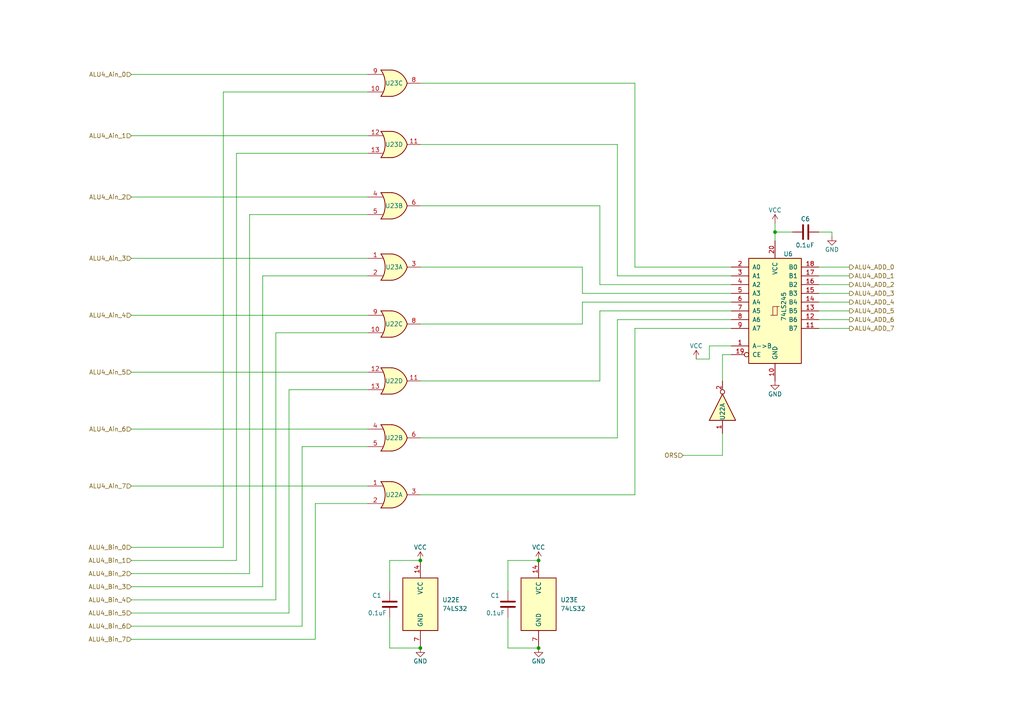
<source format=kicad_sch>
(kicad_sch (version 20230121) (generator eeschema)
  (paper "A4")
  (title_block (title "PRP-6502 -- ALU4 : ORS") (date "2023-07-10") (rev "1") (company "PRP-DIY"))
  (lib_symbols
    (symbol "74xx:74LS04"
      (property "Reference" "U" (at 0 1.27 0))
      (property "Value" "74LS04" (at 0 -1.27 0))
      (symbol "74LS04_1_0"
        (polyline (pts (xy -3.81 3.81) (xy -3.81 -3.81) (xy 3.81 0) (xy -3.81 3.81)) (stroke (width 0.254)) (fill (type background)))
        (pin input line (at -7.62 0 0) (length 3.81) (name "~") (number "1"))
        (pin output inverted (at 7.62 0 180) (length 3.81) (name "~") (number "2"))
      )
      (symbol "74LS04_2_0"
        (polyline (pts (xy -3.81 3.81) (xy -3.81 -3.81) (xy 3.81 0) (xy -3.81 3.81)) (stroke (width 0.254)) (fill (type background)))
        (pin input line (at -7.62 0 0) (length 3.81) (name "~") (number "3"))
        (pin output inverted (at 7.62 0 180) (length 3.81) (name "~") (number "4"))
      )
      (symbol "74LS04_3_0"
        (polyline (pts (xy -3.81 3.81) (xy -3.81 -3.81) (xy 3.81 0) (xy -3.81 3.81)) (stroke (width 0.254)) (fill (type background)))
        (pin input line (at -7.62 0 0) (length 3.81) (name "~") (number "5"))
        (pin output inverted (at 7.62 0 180) (length 3.81) (name "~") (number "6"))
      )
      (symbol "74LS04_4_0"
        (polyline (pts (xy -3.81 3.81) (xy -3.81 -3.81) (xy 3.81 0) (xy -3.81 3.81)) (stroke (width 0.254)) (fill (type background)))
        (pin output inverted (at 7.62 0 180) (length 3.81) (name "~") (number "8"))
        (pin input line (at -7.62 0 0) (length 3.81) (name "~") (number "9"))
      )
      (symbol "74LS04_5_0"
        (polyline (pts (xy -3.81 3.81) (xy -3.81 -3.81) (xy 3.81 0) (xy -3.81 3.81)) (stroke (width 0.254)) (fill (type background)))
        (pin output inverted (at 7.62 0 180) (length 3.81) (name "~") (number "10"))
        (pin input line (at -7.62 0 0) (length 3.81) (name "~") (number "11"))
      )
      (symbol "74LS04_6_0"
        (polyline (pts (xy -3.81 3.81) (xy -3.81 -3.81) (xy 3.81 0) (xy -3.81 3.81)) (stroke (width 0.254)) (fill (type background)))
        (pin output inverted (at 7.62 0 180) (length 3.81) (name "~") (number "12"))
        (pin input line (at -7.62 0 0) (length 3.81) (name "~") (number "13"))
      )
      (symbol "74LS04_7_0"
        (pin power_in line (at 0 12.7 270) (length 5.08) (name "VCC") (number "14"))
        (pin power_in line (at 0 -12.7 90) (length 5.08) (name "GND") (number "7"))
      )
      (symbol "74LS04_7_1"
        (rectangle (start -5.08 7.62) (end 5.08 -7.62) (stroke (width 0.254)) (fill (type background)))
      )
    )
    (symbol "74xx:74LS245" (pin_names (offset 1.016))
      (property "Reference" "U" (at -7.62 16.51 0))
      (property "Value" "74LS245" (at -7.62 -16.51 0))
      (symbol "74LS245_1_0"
        (polyline (pts (xy -0.635 -1.27) (xy -0.635 1.27) (xy 0.635 1.27)))
        (polyline (pts (xy -1.27 -1.27) (xy 0.635 -1.27) (xy 0.635 1.27) (xy 1.27 1.27)))
        (pin input line (at -12.7 -10.16 0) (length 5.08) (name "A->B") (number "1"))
        (pin power_in line (at 0 -20.32 90) (length 5.08) (name "GND") (number "10"))
        (pin tri_state line (at 12.7 -5.08 180) (length 5.08) (name "B7") (number "11"))
        (pin tri_state line (at 12.7 -2.54 180) (length 5.08) (name "B6") (number "12"))
        (pin tri_state line (at 12.7 0 180) (length 5.08) (name "B5") (number "13"))
        (pin tri_state line (at 12.7 2.54 180) (length 5.08) (name "B4") (number "14"))
        (pin tri_state line (at 12.7 5.08 180) (length 5.08) (name "B3") (number "15"))
        (pin tri_state line (at 12.7 7.62 180) (length 5.08) (name "B2") (number "16"))
        (pin tri_state line (at 12.7 10.16 180) (length 5.08) (name "B1") (number "17"))
        (pin tri_state line (at 12.7 12.7 180) (length 5.08) (name "B0") (number "18"))
        (pin input inverted (at -12.7 -12.7 0) (length 5.08) (name "CE") (number "19"))
        (pin tri_state line (at -12.7 12.7 0) (length 5.08) (name "A0") (number "2"))
        (pin power_in line (at 0 20.32 270) (length 5.08) (name "VCC") (number "20"))
        (pin tri_state line (at -12.7 10.16 0) (length 5.08) (name "A1") (number "3"))
        (pin tri_state line (at -12.7 7.62 0) (length 5.08) (name "A2") (number "4"))
        (pin tri_state line (at -12.7 5.08 0) (length 5.08) (name "A3") (number "5"))
        (pin tri_state line (at -12.7 2.54 0) (length 5.08) (name "A4") (number "6"))
        (pin tri_state line (at -12.7 0 0) (length 5.08) (name "A5") (number "7"))
        (pin tri_state line (at -12.7 -2.54 0) (length 5.08) (name "A6") (number "8"))
        (pin tri_state line (at -12.7 -5.08 0) (length 5.08) (name "A7") (number "9"))
      )
      (symbol "74LS245_1_1"
        (rectangle (start -7.62 15.24) (end 7.62 -15.24) (stroke (width 0.254)) (fill (type background)))
      )
    )
    (symbol "74xx:74LS32" (pin_names (offset 1.016))
      (property "Reference" "U" (at 0 1.27 0))
      (property "Value" "74LS32" (at 0 -1.27 0))
      (symbol "74LS32_1_1"
        (arc (start -3.81 -3.81) (mid -2.589 0) (end -3.81 3.81) (stroke (width 0.254)))
        (arc (start -0.6096 -3.81) (mid 2.1842 -2.5851) (end 3.81 0) (stroke (width 0.254)) (fill (type background)))
        (polyline (pts (xy -3.81 -3.81) (xy -0.635 -3.81)) (stroke (width 0.254)) (fill (type background)))
        (polyline (pts (xy -3.81 3.81) (xy -0.635 3.81)) (stroke (width 0.254)) (fill (type background)))
        (polyline (pts (xy -0.635 3.81) (xy -3.81 3.81) (xy -3.81 3.81) (xy -3.556 3.4036) (xy -3.0226 2.2606) (xy -2.6924 1.0414) (xy -2.6162 -0.254) (xy -2.7686 -1.4986) (xy -3.175 -2.7178) (xy -3.81 -3.81) (xy -3.81 -3.81) (xy -0.635 -3.81)) (stroke (width -25.4)) (fill (type background)))
        (arc (start 3.81 0) (mid 2.1915 2.5936) (end -0.6096 3.81) (stroke (width 0.254)) (fill (type background)))
        (pin input line (at -7.62 2.54 0) (length 4.318) (name "~") (number "1"))
        (pin input line (at -7.62 -2.54 0) (length 4.318) (name "~") (number "2"))
        (pin output line (at 7.62 0 180) (length 3.81) (name "~") (number "3"))
      )
      (symbol "74LS32_1_2"
        (arc (start 0 -3.81) (mid 3.7934 0) (end 0 3.81) (stroke (width 0.254)) (fill (type background)))
        (polyline (pts (xy 0 3.81) (xy -3.81 3.81) (xy -3.81 -3.81) (xy 0 -3.81)) (stroke (width 0.254)) (fill (type background)))
        (pin input inverted (at -7.62 2.54 0) (length 3.81) (name "~") (number "1"))
        (pin input inverted (at -7.62 -2.54 0) (length 3.81) (name "~") (number "2"))
        (pin output inverted (at 7.62 0 180) (length 3.81) (name "~") (number "3"))
      )
      (symbol "74LS32_2_1"
        (arc (start -3.81 -3.81) (mid -2.589 0) (end -3.81 3.81) (stroke (width 0.254)))
        (arc (start -0.6096 -3.81) (mid 2.1842 -2.5851) (end 3.81 0) (stroke (width 0.254)) (fill (type background)))
        (polyline (pts (xy -3.81 -3.81) (xy -0.635 -3.81)) (stroke (width 0.254)) (fill (type background)))
        (polyline (pts (xy -3.81 3.81) (xy -0.635 3.81)) (stroke (width 0.254)) (fill (type background)))
        (polyline (pts (xy -0.635 3.81) (xy -3.81 3.81) (xy -3.81 3.81) (xy -3.556 3.4036) (xy -3.0226 2.2606) (xy -2.6924 1.0414) (xy -2.6162 -0.254) (xy -2.7686 -1.4986) (xy -3.175 -2.7178) (xy -3.81 -3.81) (xy -3.81 -3.81) (xy -0.635 -3.81)) (stroke (width -25.4)) (fill (type background)))
        (arc (start 3.81 0) (mid 2.1915 2.5936) (end -0.6096 3.81) (stroke (width 0.254)) (fill (type background)))
        (pin input line (at -7.62 2.54 0) (length 4.318) (name "~") (number "4"))
        (pin input line (at -7.62 -2.54 0) (length 4.318) (name "~") (number "5"))
        (pin output line (at 7.62 0 180) (length 3.81) (name "~") (number "6"))
      )
      (symbol "74LS32_2_2"
        (arc (start 0 -3.81) (mid 3.7934 0) (end 0 3.81) (stroke (width 0.254)) (fill (type background)))
        (polyline (pts (xy 0 3.81) (xy -3.81 3.81) (xy -3.81 -3.81) (xy 0 -3.81)) (stroke (width 0.254)) (fill (type background)))
        (pin input inverted (at -7.62 2.54 0) (length 3.81) (name "~") (number "4"))
        (pin input inverted (at -7.62 -2.54 0) (length 3.81) (name "~") (number "5"))
        (pin output inverted (at 7.62 0 180) (length 3.81) (name "~") (number "6"))
      )
      (symbol "74LS32_3_1"
        (arc (start -3.81 -3.81) (mid -2.589 0) (end -3.81 3.81) (stroke (width 0.254)))
        (arc (start -0.6096 -3.81) (mid 2.1842 -2.5851) (end 3.81 0) (stroke (width 0.254)) (fill (type background)))
        (polyline (pts (xy -3.81 -3.81) (xy -0.635 -3.81)) (stroke (width 0.254)) (fill (type background)))
        (polyline (pts (xy -3.81 3.81) (xy -0.635 3.81)) (stroke (width 0.254)) (fill (type background)))
        (polyline (pts (xy -0.635 3.81) (xy -3.81 3.81) (xy -3.81 3.81) (xy -3.556 3.4036) (xy -3.0226 2.2606) (xy -2.6924 1.0414) (xy -2.6162 -0.254) (xy -2.7686 -1.4986) (xy -3.175 -2.7178) (xy -3.81 -3.81) (xy -3.81 -3.81) (xy -0.635 -3.81)) (stroke (width -25.4)) (fill (type background)))
        (arc (start 3.81 0) (mid 2.1915 2.5936) (end -0.6096 3.81) (stroke (width 0.254)) (fill (type background)))
        (pin input line (at -7.62 -2.54 0) (length 4.318) (name "~") (number "10"))
        (pin output line (at 7.62 0 180) (length 3.81) (name "~") (number "8"))
        (pin input line (at -7.62 2.54 0) (length 4.318) (name "~") (number "9"))
      )
      (symbol "74LS32_3_2"
        (arc (start 0 -3.81) (mid 3.7934 0) (end 0 3.81) (stroke (width 0.254)) (fill (type background)))
        (polyline (pts (xy 0 3.81) (xy -3.81 3.81) (xy -3.81 -3.81) (xy 0 -3.81)) (stroke (width 0.254)) (fill (type background)))
        (pin input inverted (at -7.62 -2.54 0) (length 3.81) (name "~") (number "10"))
        (pin output inverted (at 7.62 0 180) (length 3.81) (name "~") (number "8"))
        (pin input inverted (at -7.62 2.54 0) (length 3.81) (name "~") (number "9"))
      )
      (symbol "74LS32_4_1"
        (arc (start -3.81 -3.81) (mid -2.589 0) (end -3.81 3.81) (stroke (width 0.254)))
        (arc (start -0.6096 -3.81) (mid 2.1842 -2.5851) (end 3.81 0) (stroke (width 0.254)) (fill (type background)))
        (polyline (pts (xy -3.81 -3.81) (xy -0.635 -3.81)) (stroke (width 0.254)) (fill (type background)))
        (polyline (pts (xy -3.81 3.81) (xy -0.635 3.81)) (stroke (width 0.254)) (fill (type background)))
        (polyline (pts (xy -0.635 3.81) (xy -3.81 3.81) (xy -3.81 3.81) (xy -3.556 3.4036) (xy -3.0226 2.2606) (xy -2.6924 1.0414) (xy -2.6162 -0.254) (xy -2.7686 -1.4986) (xy -3.175 -2.7178) (xy -3.81 -3.81) (xy -3.81 -3.81) (xy -0.635 -3.81)) (stroke (width -25.4)) (fill (type background)))
        (arc (start 3.81 0) (mid 2.1915 2.5936) (end -0.6096 3.81) (stroke (width 0.254)) (fill (type background)))
        (pin output line (at 7.62 0 180) (length 3.81) (name "~") (number "11"))
        (pin input line (at -7.62 2.54 0) (length 4.318) (name "~") (number "12"))
        (pin input line (at -7.62 -2.54 0) (length 4.318) (name "~") (number "13"))
      )
      (symbol "74LS32_4_2"
        (arc (start 0 -3.81) (mid 3.7934 0) (end 0 3.81) (stroke (width 0.254)) (fill (type background)))
        (polyline (pts (xy 0 3.81) (xy -3.81 3.81) (xy -3.81 -3.81) (xy 0 -3.81)) (stroke (width 0.254)) (fill (type background)))
        (pin output inverted (at 7.62 0 180) (length 3.81) (name "~") (number "11"))
        (pin input inverted (at -7.62 2.54 0) (length 3.81) (name "~") (number "12"))
        (pin input inverted (at -7.62 -2.54 0) (length 3.81) (name "~") (number "13"))
      )
      (symbol "74LS32_5_0"
        (pin power_in line (at 0 12.7 270) (length 5.08) (name "VCC") (number "14"))
        (pin power_in line (at 0 -12.7 90) (length 5.08) (name "GND") (number "7"))
      )
      (symbol "74LS32_5_1"
        (rectangle (start -5.08 7.62) (end 5.08 -7.62) (stroke (width 0.254)) (fill (type background)))
      )
    )
    (symbol "Device:C" (pin_numbers hide) (pin_names (offset 0.254))
      (property "Reference" "C" (at 0.635 2.54 0))
      (property "Value" "C" (at 0.635 -2.54 0))
      (symbol "C_0_1"
        (polyline (pts (xy -2.032 -0.762) (xy 2.032 -0.762)) (stroke (width 0.508)))
        (polyline (pts (xy -2.032 0.762) (xy 2.032 0.762)) (stroke (width 0.508)))
      )
      (symbol "C_1_1"
        (pin passive line (at 0 3.81 270) (length 2.794) (name "~") (number "1"))
        (pin passive line (at 0 -3.81 90) (length 2.794) (name "~") (number "2"))
      )
    )
    (symbol "power:GND" (power) (pin_names (offset 0))
      (property "Value" "GND" (at 0 -3.81 0))
      (symbol "GND_0_1"
        (polyline (pts (xy 0 0) (xy 0 -1.27) (xy 1.27 -1.27) (xy 0 -2.54) (xy -1.27 -1.27) (xy 0 -1.27)))
      )
      (symbol "GND_1_1"
        (pin power_in line (at 0 0 270) (length 0) hide (name "GND") (number "1"))
      )
    )
    (symbol "power:VCC" (power) (pin_names (offset 0))
      (property "Value" "VCC" (at 0 3.81 0))
      (symbol "VCC_0_1"
        (polyline (pts (xy -0.762 1.27) (xy 0 2.54)))
        (polyline (pts (xy 0 0) (xy 0 2.54)))
        (polyline (pts (xy 0 2.54) (xy 0.762 1.27)))
      )
      (symbol "VCC_1_1"
        (pin power_in line (at 0 0 90) (length 0) hide (name "VCC") (number "1"))
      )
    )
  )
  (junction (at 224.79 67.31))
  (junction (at 156.21 162.56))
  (junction (at 121.92 187.96))
  (junction (at 121.92 162.56))
  (junction (at 156.21 187.96))
  (wire (pts (xy 173.99 59.69) (xy 173.99 82.55)))
  (wire (pts (xy 147.32 187.96) (xy 156.21 187.96)))
  (wire (pts (xy 198.12 132.08) (xy 209.55 132.08)))
  (wire (pts (xy 237.49 67.31) (xy 241.3 67.31)))
  (wire (pts (xy 205.74 100.33) (xy 212.09 100.33)))
  (wire (pts (xy 168.91 77.47) (xy 168.91 85.09)))
  (wire (pts (xy 147.32 179.07) (xy 147.32 187.96)))
  (wire (pts (xy 121.92 59.69) (xy 173.99 59.69)))
  (wire (pts (xy 38.1 173.99) (xy 80.01 173.99)))
  (wire (pts (xy 83.82 177.8) (xy 38.1 177.8)))
  (wire (pts (xy 173.99 110.49) (xy 173.99 90.17)))
  (wire (pts (xy 106.68 57.15) (xy 38.1 57.15)))
  (wire (pts (xy 121.92 41.91) (xy 179.07 41.91)))
  (wire (pts (xy 113.03 187.96) (xy 121.92 187.96)))
  (wire (pts (xy 38.1 39.37) (xy 106.68 39.37)))
  (wire (pts (xy 64.77 26.67) (xy 106.68 26.67)))
  (wire (pts (xy 168.91 87.63) (xy 212.09 87.63)))
  (wire (pts (xy 38.1 181.61) (xy 87.63 181.61)))
  (wire (pts (xy 212.09 95.25) (xy 184.15 95.25)))
  (wire (pts (xy 173.99 90.17) (xy 212.09 90.17)))
  (wire (pts (xy 80.01 96.52) (xy 106.68 96.52)))
  (wire (pts (xy 106.68 91.44) (xy 38.1 91.44)))
  (wire (pts (xy 121.92 127) (xy 179.07 127)))
  (wire (pts (xy 113.03 179.07) (xy 113.03 187.96)))
  (wire (pts (xy 184.15 95.25) (xy 184.15 143.51)))
  (wire (pts (xy 91.44 146.05) (xy 91.44 185.42)))
  (wire (pts (xy 38.1 162.56) (xy 68.58 162.56)))
  (wire (pts (xy 80.01 173.99) (xy 80.01 96.52)))
  (wire (pts (xy 237.49 80.01) (xy 246.38 80.01)))
  (wire (pts (xy 106.68 74.93) (xy 38.1 74.93)))
  (wire (pts (xy 237.49 95.25) (xy 246.38 95.25)))
  (wire (pts (xy 241.3 67.31) (xy 241.3 68.58)))
  (wire (pts (xy 179.07 41.91) (xy 179.07 80.01)))
  (wire (pts (xy 237.49 82.55) (xy 246.38 82.55)))
  (wire (pts (xy 106.68 113.03) (xy 83.82 113.03)))
  (wire (pts (xy 184.15 77.47) (xy 212.09 77.47)))
  (wire (pts (xy 179.07 92.71) (xy 212.09 92.71)))
  (wire (pts (xy 224.79 67.31) (xy 224.79 69.85)))
  (wire (pts (xy 91.44 185.42) (xy 38.1 185.42)))
  (wire (pts (xy 237.49 90.17) (xy 246.38 90.17)))
  (wire (pts (xy 205.74 104.14) (xy 205.74 100.33)))
  (wire (pts (xy 91.44 146.05) (xy 106.68 146.05)))
  (wire (pts (xy 237.49 92.71) (xy 246.38 92.71)))
  (wire (pts (xy 113.03 162.56) (xy 121.92 162.56)))
  (wire (pts (xy 184.15 24.13) (xy 184.15 77.47)))
  (wire (pts (xy 76.2 170.18) (xy 38.1 170.18)))
  (wire (pts (xy 64.77 158.75) (xy 64.77 26.67)))
  (wire (pts (xy 121.92 24.13) (xy 184.15 24.13)))
  (wire (pts (xy 224.79 67.31) (xy 229.87 67.31)))
  (wire (pts (xy 113.03 171.45) (xy 113.03 162.56)))
  (wire (pts (xy 147.32 171.45) (xy 147.32 162.56)))
  (wire (pts (xy 168.91 85.09) (xy 212.09 85.09)))
  (wire (pts (xy 87.63 129.54) (xy 106.68 129.54)))
  (wire (pts (xy 68.58 44.45) (xy 106.68 44.45)))
  (wire (pts (xy 201.93 104.14) (xy 205.74 104.14)))
  (wire (pts (xy 237.49 87.63) (xy 246.38 87.63)))
  (wire (pts (xy 121.92 110.49) (xy 173.99 110.49)))
  (wire (pts (xy 237.49 77.47) (xy 246.38 77.47)))
  (wire (pts (xy 173.99 82.55) (xy 212.09 82.55)))
  (wire (pts (xy 121.92 77.47) (xy 168.91 77.47)))
  (wire (pts (xy 179.07 80.01) (xy 212.09 80.01)))
  (wire (pts (xy 209.55 110.49) (xy 209.55 102.87)))
  (wire (pts (xy 83.82 113.03) (xy 83.82 177.8)))
  (wire (pts (xy 121.92 93.98) (xy 168.91 93.98)))
  (wire (pts (xy 38.1 124.46) (xy 106.68 124.46)))
  (wire (pts (xy 72.39 166.37) (xy 72.39 62.23)))
  (wire (pts (xy 72.39 62.23) (xy 106.68 62.23)))
  (wire (pts (xy 38.1 158.75) (xy 64.77 158.75)))
  (wire (pts (xy 76.2 80.01) (xy 76.2 170.18)))
  (wire (pts (xy 179.07 127) (xy 179.07 92.71)))
  (wire (pts (xy 38.1 140.97) (xy 106.68 140.97)))
  (wire (pts (xy 237.49 85.09) (xy 246.38 85.09)))
  (wire (pts (xy 209.55 132.08) (xy 209.55 125.73)))
  (wire (pts (xy 38.1 166.37) (xy 72.39 166.37)))
  (wire (pts (xy 209.55 102.87) (xy 212.09 102.87)))
  (wire (pts (xy 224.79 64.77) (xy 224.79 67.31)))
  (wire (pts (xy 106.68 80.01) (xy 76.2 80.01)))
  (wire (pts (xy 147.32 162.56) (xy 156.21 162.56)))
  (wire (pts (xy 87.63 181.61) (xy 87.63 129.54)))
  (wire (pts (xy 38.1 21.59) (xy 106.68 21.59)))
  (wire (pts (xy 68.58 162.56) (xy 68.58 44.45)))
  (wire (pts (xy 121.92 143.51) (xy 184.15 143.51)))
  (wire (pts (xy 106.68 107.95) (xy 38.1 107.95)))
  (wire (pts (xy 168.91 93.98) (xy 168.91 87.63)))
  (hierarchical_label "ALU4_Bin_1" (shape input) (at 38.1 162.56 180))
  (hierarchical_label "ALU4_Bin_0" (shape input) (at 38.1 158.75 180))
  (hierarchical_label "ALU4_ADD_6" (shape output) (at 246.38 92.71 0))
  (hierarchical_label "ALU4_Ain_1" (shape input) (at 38.1 39.37 180))
  (hierarchical_label "ALU4_ADD_0" (shape output) (at 246.38 77.47 0))
  (hierarchical_label "ALU4_ADD_2" (shape output) (at 246.38 82.55 0))
  (hierarchical_label "ALU4_Ain_0" (shape input) (at 38.1 21.59 180))
  (hierarchical_label "ALU4_Ain_3" (shape input) (at 38.1 74.93 180))
  (hierarchical_label "ALU4_Bin_5" (shape input) (at 38.1 177.8 180))
  (hierarchical_label "ALU4_ADD_5" (shape output) (at 246.38 90.17 0))
  (hierarchical_label "ALU4_Bin_3" (shape input) (at 38.1 170.18 180))
  (hierarchical_label "ALU4_Bin_2" (shape input) (at 38.1 166.37 180))
  (hierarchical_label "ALU4_Bin_7" (shape input) (at 38.1 185.42 180))
  (hierarchical_label "ALU4_Ain_4" (shape input) (at 38.1 91.44 180))
  (hierarchical_label "ALU4_ADD_7" (shape output) (at 246.38 95.25 0))
  (hierarchical_label "ALU4_ADD_1" (shape output) (at 246.38 80.01 0))
  (hierarchical_label "ORS" (shape input) (at 198.12 132.08 180))
  (hierarchical_label "ALU4_Bin_4" (shape input) (at 38.1 173.99 180))
  (hierarchical_label "ALU4_Ain_7" (shape input) (at 38.1 140.97 180))
  (hierarchical_label "ALU4_ADD_4" (shape output) (at 246.38 87.63 0))
  (hierarchical_label "ALU4_ADD_3" (shape output) (at 246.38 85.09 0))
  (hierarchical_label "ALU4_Ain_2" (shape input) (at 38.1 57.15 180))
  (hierarchical_label "ALU4_Ain_6" (shape input) (at 38.1 124.46 180))
  (hierarchical_label "ALU4_Bin_6" (shape input) (at 38.1 181.61 180))
  (hierarchical_label "ALU4_Ain_5" (shape input) (at 38.1 107.95 180))
  (symbol (lib_id "power:GND") (at 121.92 187.96 0) (unit 1)
    (property "Reference" "#PWR05" (effects hide))
    (property "Value" "GND" (at 121.92 191.77 0))
    (instances (project "8bit_CPU-V0_1" (path "" (reference "#PWR05") (unit 1)) (path "" (reference "#PWR029") (unit 1)) (path "" (reference "#PWR061") (unit 1)) (path "" (reference "#PWR071") (unit 1)) (path "" (reference "#PWR079") (unit 1)) (path "" (reference "#PWR083") (unit 1))))
  )
  (symbol (lib_id "74xx:74LS32") (at 121.92 175.26 0) (unit 5)
    (property "Reference" "U22" (at 128.27 173.99 0) (effects (justify left)))
    (property "Value" "74LS32" (at 128.27 176.53 0) (effects (justify left)))
    (property "Datasheet" "http://www.ti.com/lit/gpn/sn74LS32" (effects hide))
  )
  (symbol (lib_id "Device:C") (at 113.03 175.26 0) (unit 1)
    (property "Reference" "C1" (at 107.95 172.72 0) (effects (justify left)))
    (property "Value" "0.1uF" (at 106.68 177.8 0) (effects (justify left)))
    (instances (project "8bit_CPU-V0_1" (path "" (reference "C1") (unit 1)) (path "" (reference "C13") (unit 1)) (path "" (reference "C20") (unit 1)) (path "" (reference "C23") (unit 1)) (path "" (reference "C27") (unit 1)) (path "" (reference "C22") (unit 1))))
  )
  (symbol (lib_id "power:VCC") (at 121.92 162.56 0) (unit 1)
    (property "Reference" "#PWR06" (effects hide))
    (property "Value" "VCC" (at 121.92 158.75 0))
    (instances (project "8bit_CPU-V0_1" (path "" (reference "#PWR06") (unit 1)) (path "" (reference "#PWR028") (unit 1)) (path "" (reference "#PWR060") (unit 1)) (path "" (reference "#PWR070") (unit 1)) (path "" (reference "#PWR078") (unit 1)) (path "" (reference "#PWR082") (unit 1))))
  )
  (symbol (lib_id "Device:C") (at 233.68 67.31 90) (unit 1)
    (property "Reference" "C6" (at 234.95 63.5 90) (effects (justify left)))
    (property "Value" "0.1uF" (at 236.22 71.12 90) (effects (justify left)))
    (instances (project "8bit_CPU-V0_1" (path "" (reference "C6") (unit 1)) (path "" (reference "C16") (unit 1)) (path "" (reference "C13") (unit 1)) (path "" (reference "C26") (unit 1)) (path "" (reference "C24") (unit 1))))
  )
  (symbol (lib_id "74xx:74LS32") (at 114.3 110.49 0) (unit 4)
    (property "Reference" "U22" (at 114.3 110.49 0))
    (property "Value" "74LS32" (effects hide))
    (property "Datasheet" "http://www.ti.com/lit/gpn/sn74LS32" (effects hide))
  )
  (symbol (lib_id "power:VCC") (at 156.21 162.56 0) (unit 1)
    (property "Reference" "#PWR06" (effects hide))
    (property "Value" "VCC" (at 156.21 158.75 0))
    (instances (project "8bit_CPU-V0_1" (path "" (reference "#PWR06") (unit 1)) (path "" (reference "#PWR028") (unit 1)) (path "" (reference "#PWR060") (unit 1)) (path "" (reference "#PWR070") (unit 1)) (path "" (reference "#PWR072") (unit 1)) (path "" (reference "#PWR084") (unit 1))))
  )
  (symbol (lib_id "power:GND") (at 156.21 187.96 0) (unit 1)
    (property "Reference" "#PWR05" (effects hide))
    (property "Value" "GND" (at 156.21 191.77 0))
    (instances (project "8bit_CPU-V0_1" (path "" (reference "#PWR05") (unit 1)) (path "" (reference "#PWR029") (unit 1)) (path "" (reference "#PWR061") (unit 1)) (path "" (reference "#PWR071") (unit 1)) (path "" (reference "#PWR073") (unit 1)) (path "" (reference "#PWR085") (unit 1))))
  )
  (symbol (lib_id "power:VCC") (at 201.93 104.14 0) (unit 1)
    (property "Reference" "#PWR022" (effects hide))
    (property "Value" "VCC" (at 201.93 100.33 0))
    (instances (project "8bit_CPU-V0_1" (path "" (reference "#PWR022") (unit 1)) (path "" (reference "#PWR041") (unit 1)) (path "" (reference "#PWR028") (unit 1)) (path "" (reference "#PWR074") (unit 1)) (path "" (reference "#PWR086") (unit 1))))
  )
  (symbol (lib_id "74xx:74LS32") (at 114.3 59.69 0) (unit 2)
    (property "Reference" "U23" (at 114.3 59.69 0))
    (property "Value" "74LS32" (effects hide))
    (property "Datasheet" "http://www.ti.com/lit/gpn/sn74LS32" (effects hide))
  )
  (symbol (lib_id "74xx:74LS32") (at 114.3 41.91 0) (unit 4)
    (property "Reference" "U23" (at 114.3 41.91 0))
    (property "Value" "74LS32" (effects hide))
    (property "Datasheet" "http://www.ti.com/lit/gpn/sn74LS32" (effects hide))
  )
  (symbol (lib_id "74xx:74LS32") (at 156.21 175.26 0) (unit 5)
    (property "Reference" "U23" (at 162.56 173.99 0) (effects (justify left)))
    (property "Value" "74LS32" (at 162.56 176.53 0) (effects (justify left)))
    (property "Datasheet" "http://www.ti.com/lit/gpn/sn74LS32" (effects hide))
  )
  (symbol (lib_id "74xx:74LS32") (at 114.3 143.51 0) (unit 1)
    (property "Reference" "U22" (at 114.3 143.51 0))
    (property "Value" "74LS32" (effects hide))
    (property "Datasheet" "http://www.ti.com/lit/gpn/sn74LS32" (effects hide))
  )
  (symbol (lib_id "power:VCC") (at 224.79 64.77 0) (unit 1)
    (property "Reference" "#PWR016" (effects hide))
    (property "Value" "VCC" (at 224.79 60.96 0))
    (instances (project "8bit_CPU-V0_1" (path "" (reference "#PWR016") (unit 1)) (path "" (reference "#PWR043") (unit 1)) (path "" (reference "#PWR064") (unit 1)) (path "" (reference "#PWR076") (unit 1)) (path "" (reference "#PWR088") (unit 1))))
  )
  (symbol (lib_id "power:GND") (at 241.3 68.58 0) (unit 1)
    (property "Reference" "#PWR017" (effects hide))
    (property "Value" "GND" (at 241.3 72.39 0))
    (instances (project "8bit_CPU-V0_1" (path "" (reference "#PWR017") (unit 1)) (path "" (reference "#PWR044") (unit 1)) (path "" (reference "#PWR065") (unit 1)) (path "" (reference "#PWR077") (unit 1)) (path "" (reference "#PWR089") (unit 1))))
  )
  (symbol (lib_id "74xx:74LS32") (at 114.3 24.13 0) (unit 3)
    (property "Reference" "U23" (at 114.3 24.13 0))
    (property "Value" "74LS32" (effects hide))
    (property "Datasheet" "http://www.ti.com/lit/gpn/sn74LS32" (effects hide))
  )
  (symbol (lib_id "74xx:74LS245") (at 224.79 90.17 0) (unit 1)
    (property "Reference" "U6" (at 228.6 73.66 0))
    (property "Value" "74LS245" (at 227.33 88.9 90))
    (property "Datasheet" "http://www.ti.com/lit/gpn/sn74LS245" (effects hide))
    (instances (project "8bit_CPU-V0_1" (path "" (reference "U6") (unit 1)) (path "" (reference "U16") (unit 1)) (path "" (reference "U13") (unit 1)) (path "" (reference "U28") (unit 1)) (path "" (reference "U24") (unit 1))))
  )
  (symbol (lib_id "74xx:74LS32") (at 114.3 93.98 0) (unit 3)
    (property "Reference" "U22" (at 114.3 93.98 0))
    (property "Value" "74LS32" (effects hide))
    (property "Datasheet" "http://www.ti.com/lit/gpn/sn74LS32" (effects hide))
  )
  (symbol (lib_id "power:GND") (at 224.79 110.49 0) (unit 1)
    (property "Reference" "#PWR021" (effects hide))
    (property "Value" "GND" (at 224.79 114.3 0))
    (instances (project "8bit_CPU-V0_1" (path "" (reference "#PWR021") (unit 1)) (path "" (reference "#PWR042") (unit 1)) (path "" (reference "#PWR029") (unit 1)) (path "" (reference "#PWR075") (unit 1)) (path "" (reference "#PWR087") (unit 1))))
  )
  (symbol (lib_id "74xx:74LS32") (at 114.3 77.47 0) (unit 1)
    (property "Reference" "U23" (at 114.3 77.47 0))
    (property "Value" "74LS32" (effects hide))
    (property "Datasheet" "http://www.ti.com/lit/gpn/sn74LS32" (effects hide))
  )
  (symbol (lib_id "Device:C") (at 147.32 175.26 0) (unit 1)
    (property "Reference" "C1" (at 142.24 172.72 0) (effects (justify left)))
    (property "Value" "0.1uF" (at 140.97 177.8 0) (effects (justify left)))
    (instances (project "8bit_CPU-V0_1" (path "" (reference "C1") (unit 1)) (path "" (reference "C13") (unit 1)) (path "" (reference "C20") (unit 1)) (path "" (reference "C23") (unit 1)) (path "" (reference "C25") (unit 1)) (path "" (reference "C23") (unit 1))))
  )
  (symbol (lib_id "74xx:74LS04") (at 209.55 118.11 90) (unit 1)
    (property "Reference" "U22" (at 209.55 119.38 0))
    (property "Value" "74LS04" (effects hide))
    (property "Datasheet" "http://www.ti.com/lit/gpn/sn74LS04" (effects hide))
    (instances (project "8bit_CPU-V0_1" (path "" (reference "U22") (unit 1)) (path "" (reference "U27") (unit 1)) (path "" (reference "U26") (unit 2))))
  )
  (symbol (lib_id "74xx:74LS32") (at 114.3 127 0) (unit 2)
    (property "Reference" "U22" (at 114.3 127 0))
    (property "Value" "74LS32" (effects hide))
    (property "Datasheet" "http://www.ti.com/lit/gpn/sn74LS32" (effects hide))
  )
)
</source>
